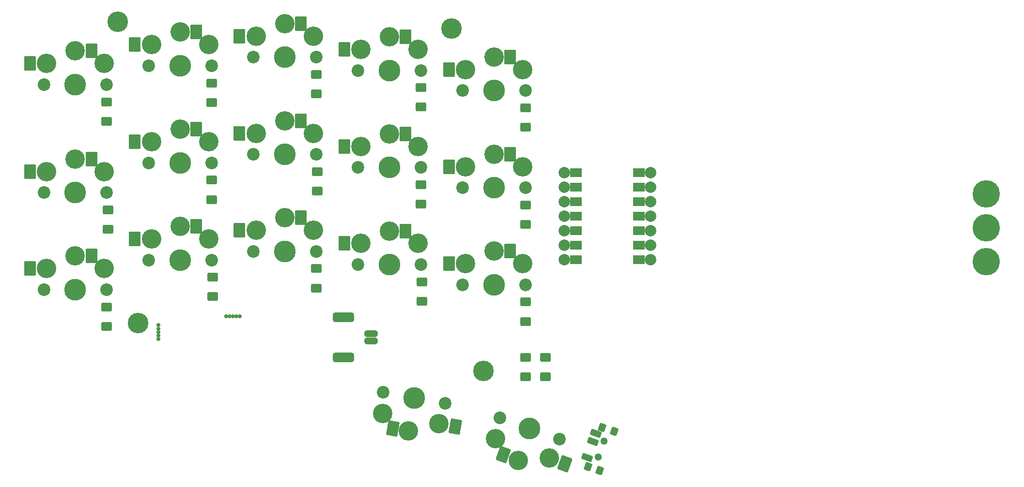
<source format=gts>
G04 #@! TF.GenerationSoftware,KiCad,Pcbnew,7.0.5*
G04 #@! TF.CreationDate,2024-01-08T16:35:04+08:00*
G04 #@! TF.ProjectId,Kretstr_d_v2,4b726574-7374-472e-9464-5f76322e6b69,rev?*
G04 #@! TF.SameCoordinates,Original*
G04 #@! TF.FileFunction,Soldermask,Top*
G04 #@! TF.FilePolarity,Negative*
%FSLAX46Y46*%
G04 Gerber Fmt 4.6, Leading zero omitted, Abs format (unit mm)*
G04 Created by KiCad (PCBNEW 7.0.5) date 2024-01-08 16:35:04*
%MOMM*%
%LPD*%
G01*
G04 APERTURE LIST*
G04 Aperture macros list*
%AMRoundRect*
0 Rectangle with rounded corners*
0 $1 Rounding radius*
0 $2 $3 $4 $5 $6 $7 $8 $9 X,Y pos of 4 corners*
0 Add a 4 corners polygon primitive as box body*
4,1,4,$2,$3,$4,$5,$6,$7,$8,$9,$2,$3,0*
0 Add four circle primitives for the rounded corners*
1,1,$1+$1,$2,$3*
1,1,$1+$1,$4,$5*
1,1,$1+$1,$6,$7*
1,1,$1+$1,$8,$9*
0 Add four rect primitives between the rounded corners*
20,1,$1+$1,$2,$3,$4,$5,0*
20,1,$1+$1,$4,$5,$6,$7,0*
20,1,$1+$1,$6,$7,$8,$9,0*
20,1,$1+$1,$8,$9,$2,$3,0*%
%AMFreePoly0*
4,1,22,0.686777,0.580194,0.756366,0.524698,0.794986,0.444504,0.800000,0.400000,0.800000,0.200000,0.780194,0.113223,0.741421,0.058579,0.141421,-0.541421,0.066056,-0.588777,-0.022393,-0.598742,-0.106406,-0.569345,-0.141421,-0.541421,-0.741421,0.058579,-0.788777,0.133944,-0.800000,0.200000,-0.800000,0.400000,-0.780194,0.486777,-0.724698,0.556366,-0.644504,0.594986,-0.600000,0.600000,
0.600000,0.600000,0.686777,0.580194,0.686777,0.580194,$1*%
%AMFreePoly1*
4,1,26,0.706406,1.169345,0.769345,1.106406,0.798742,1.022393,0.800000,1.000000,0.800000,-0.250000,0.780194,-0.336777,0.724698,-0.406366,0.644504,-0.444986,0.600000,-0.450000,-0.600000,-0.450000,-0.686777,-0.430194,-0.756366,-0.374698,-0.794986,-0.294504,-0.800000,-0.250000,-0.800000,1.000000,-0.780194,1.086777,-0.724698,1.156366,-0.644504,1.194986,-0.555496,1.194986,-0.475302,1.156366,
-0.458579,1.141421,0.000000,0.682842,0.458579,1.141421,0.533944,1.188777,0.622393,1.198742,0.706406,1.169345,0.706406,1.169345,$1*%
G04 Aperture macros list end*
%ADD10C,0.100000*%
%ADD11RoundRect,0.200000X0.700000X-0.600000X0.700000X0.600000X-0.700000X0.600000X-0.700000X-0.600000X0*%
%ADD12C,2.200000*%
%ADD13C,3.400000*%
%ADD14C,3.800000*%
%ADD15RoundRect,0.200000X-0.800000X-1.100000X0.800000X-1.100000X0.800000X1.100000X-0.800000X1.100000X0*%
%ADD16C,3.600000*%
%ADD17C,4.800000*%
%ADD18RoundRect,0.200000X0.204867X-0.606654X0.546887X0.333038X-0.204867X0.606654X-0.546887X-0.333038X0*%
%ADD19C,1.300000*%
%ADD20RoundRect,0.200000X0.585062X-0.585408X0.824477X0.072377X-0.585062X0.585408X-0.824477X-0.072377X0*%
%ADD21RoundRect,0.200000X1.127976X0.760046X-0.375532X1.307278X-1.127976X-0.760046X0.375532X-1.307278X0*%
%ADD22RoundRect,0.200000X-0.700000X0.600000X-0.700000X-0.600000X0.700000X-0.600000X0.700000X0.600000X0*%
%ADD23C,0.700000*%
%ADD24RoundRect,0.400000X-0.750000X0.200000X-0.750000X-0.200000X0.750000X-0.200000X0.750000X0.200000X0*%
%ADD25RoundRect,0.450000X-1.425000X0.400000X-1.425000X-0.400000X1.425000X-0.400000X1.425000X0.400000X0*%
%ADD26C,2.000000*%
%ADD27FreePoly0,90.000000*%
%ADD28FreePoly0,270.000000*%
%ADD29FreePoly1,270.000000*%
%ADD30FreePoly1,90.000000*%
%ADD31RoundRect,0.200000X0.978859X0.944370X-0.596833X1.222207X-0.978859X-0.944370X0.596833X-1.222207X0*%
G04 APERTURE END LIST*
D10*
X177258451Y-79575362D02*
X176242451Y-79575362D01*
X176242451Y-78559362D01*
X177258451Y-78559362D01*
X177258451Y-79575362D01*
G36*
X177258451Y-79575362D02*
G01*
X176242451Y-79575362D01*
X176242451Y-78559362D01*
X177258451Y-78559362D01*
X177258451Y-79575362D01*
G37*
X177258451Y-82115362D02*
X176242451Y-82115362D01*
X176242451Y-81099362D01*
X177258451Y-81099362D01*
X177258451Y-82115362D01*
G36*
X177258451Y-82115362D02*
G01*
X176242451Y-82115362D01*
X176242451Y-81099362D01*
X177258451Y-81099362D01*
X177258451Y-82115362D01*
G37*
X177258451Y-84655362D02*
X176242451Y-84655362D01*
X176242451Y-83639362D01*
X177258451Y-83639362D01*
X177258451Y-84655362D01*
G36*
X177258451Y-84655362D02*
G01*
X176242451Y-84655362D01*
X176242451Y-83639362D01*
X177258451Y-83639362D01*
X177258451Y-84655362D01*
G37*
X177258451Y-87195362D02*
X176242451Y-87195362D01*
X176242451Y-86179362D01*
X177258451Y-86179362D01*
X177258451Y-87195362D01*
G36*
X177258451Y-87195362D02*
G01*
X176242451Y-87195362D01*
X176242451Y-86179362D01*
X177258451Y-86179362D01*
X177258451Y-87195362D01*
G37*
X177258451Y-89735362D02*
X176242451Y-89735362D01*
X176242451Y-88719362D01*
X177258451Y-88719362D01*
X177258451Y-89735362D01*
G36*
X177258451Y-89735362D02*
G01*
X176242451Y-89735362D01*
X176242451Y-88719362D01*
X177258451Y-88719362D01*
X177258451Y-89735362D01*
G37*
X177258451Y-92275362D02*
X176242451Y-92275362D01*
X176242451Y-91259362D01*
X177258451Y-91259362D01*
X177258451Y-92275362D01*
G36*
X177258451Y-92275362D02*
G01*
X176242451Y-92275362D01*
X176242451Y-91259362D01*
X177258451Y-91259362D01*
X177258451Y-92275362D01*
G37*
X177258451Y-94815362D02*
X176242451Y-94815362D01*
X176242451Y-93799362D01*
X177258451Y-93799362D01*
X177258451Y-94815362D01*
G36*
X177258451Y-94815362D02*
G01*
X176242451Y-94815362D01*
X176242451Y-93799362D01*
X177258451Y-93799362D01*
X177258451Y-94815362D01*
G37*
X188637651Y-79575362D02*
X187621651Y-79575362D01*
X187621651Y-78559362D01*
X188637651Y-78559362D01*
X188637651Y-79575362D01*
G36*
X188637651Y-79575362D02*
G01*
X187621651Y-79575362D01*
X187621651Y-78559362D01*
X188637651Y-78559362D01*
X188637651Y-79575362D01*
G37*
X188637651Y-82115362D02*
X187621651Y-82115362D01*
X187621651Y-81099362D01*
X188637651Y-81099362D01*
X188637651Y-82115362D01*
G36*
X188637651Y-82115362D02*
G01*
X187621651Y-82115362D01*
X187621651Y-81099362D01*
X188637651Y-81099362D01*
X188637651Y-82115362D01*
G37*
X188637651Y-84655362D02*
X187621651Y-84655362D01*
X187621651Y-83639362D01*
X188637651Y-83639362D01*
X188637651Y-84655362D01*
G36*
X188637651Y-84655362D02*
G01*
X187621651Y-84655362D01*
X187621651Y-83639362D01*
X188637651Y-83639362D01*
X188637651Y-84655362D01*
G37*
X188637651Y-87195362D02*
X187621651Y-87195362D01*
X187621651Y-86179362D01*
X188637651Y-86179362D01*
X188637651Y-87195362D01*
G36*
X188637651Y-87195362D02*
G01*
X187621651Y-87195362D01*
X187621651Y-86179362D01*
X188637651Y-86179362D01*
X188637651Y-87195362D01*
G37*
X188637651Y-89735362D02*
X187621651Y-89735362D01*
X187621651Y-88719362D01*
X188637651Y-88719362D01*
X188637651Y-89735362D01*
G36*
X188637651Y-89735362D02*
G01*
X187621651Y-89735362D01*
X187621651Y-88719362D01*
X188637651Y-88719362D01*
X188637651Y-89735362D01*
G37*
X188637651Y-92275362D02*
X187621651Y-92275362D01*
X187621651Y-91259362D01*
X188637651Y-91259362D01*
X188637651Y-92275362D01*
G36*
X188637651Y-92275362D02*
G01*
X187621651Y-92275362D01*
X187621651Y-91259362D01*
X188637651Y-91259362D01*
X188637651Y-92275362D01*
G37*
X188637651Y-94815362D02*
X187621651Y-94815362D01*
X187621651Y-93799362D01*
X188637651Y-93799362D01*
X188637651Y-94815362D01*
G36*
X188637651Y-94815362D02*
G01*
X187621651Y-94815362D01*
X187621651Y-93799362D01*
X188637651Y-93799362D01*
X188637651Y-94815362D01*
G37*
D11*
X168145590Y-88148281D03*
X168145590Y-84748281D03*
D12*
X102246390Y-94408681D03*
D13*
X102746390Y-90708681D03*
X107746390Y-88508681D03*
D14*
X107746390Y-94408681D03*
D13*
X112746390Y-90708681D03*
D12*
X113246390Y-94408681D03*
D15*
X99846390Y-90708681D03*
X110546390Y-88508681D03*
D11*
X131746190Y-82308681D03*
X131746190Y-78908681D03*
D16*
X100431600Y-105460800D03*
D11*
X95146590Y-89008681D03*
X95146590Y-85608681D03*
D12*
X120546190Y-75908681D03*
D13*
X121046190Y-72208681D03*
X126046190Y-70008681D03*
D14*
X126046190Y-75908681D03*
D13*
X131046190Y-72208681D03*
D12*
X131546190Y-75908681D03*
D15*
X118146190Y-72208681D03*
X128846190Y-70008681D03*
D12*
X102246390Y-77408681D03*
D13*
X102746390Y-73708681D03*
X107746390Y-71508681D03*
D14*
X107746390Y-77408681D03*
D13*
X112746390Y-73708681D03*
D12*
X113246390Y-77408681D03*
D15*
X99846390Y-73708681D03*
X110546390Y-71508681D03*
D17*
X248650190Y-82818281D03*
D12*
X120546190Y-92908681D03*
D13*
X121046190Y-89208681D03*
X126046190Y-87008681D03*
D14*
X126046190Y-92908681D03*
D13*
X131046190Y-89208681D03*
D12*
X131546190Y-92908681D03*
D15*
X118146190Y-89208681D03*
X128846190Y-87008681D03*
D11*
X113446390Y-100808681D03*
X113446390Y-97408681D03*
D17*
X248650190Y-88768281D03*
D11*
X113246190Y-83808681D03*
X113246190Y-80408681D03*
D18*
X179054056Y-130545783D03*
X181130777Y-131301648D03*
D19*
X180832458Y-128905087D03*
X181858519Y-126086009D03*
D18*
X181550803Y-123686027D03*
X183627524Y-124441892D03*
D20*
X178922084Y-129007901D03*
X179948145Y-126188823D03*
X180461175Y-124779284D03*
D12*
X102246390Y-60408681D03*
D13*
X102746390Y-56708681D03*
X107746390Y-54508681D03*
D14*
X107746390Y-60408681D03*
D13*
X112746390Y-56708681D03*
D12*
X113246390Y-60408681D03*
D15*
X99846390Y-56708681D03*
X110546390Y-54508681D03*
D11*
X149845790Y-84608681D03*
X149845790Y-81208681D03*
D12*
X83946590Y-99608681D03*
D13*
X84446590Y-95908681D03*
X89446590Y-93708681D03*
D14*
X89446590Y-99608681D03*
D13*
X94446590Y-95908681D03*
D12*
X94946590Y-99608681D03*
D15*
X81546590Y-95908681D03*
X92246590Y-93708681D03*
D12*
X138845990Y-61208481D03*
D13*
X139345990Y-57508481D03*
X144345990Y-55308481D03*
D14*
X144345990Y-61208481D03*
D13*
X149345990Y-57508481D03*
D12*
X149845990Y-61208481D03*
D15*
X136445990Y-57508481D03*
X147145990Y-55308481D03*
D11*
X168145590Y-71148281D03*
X168145590Y-67748281D03*
D16*
X160782000Y-113792000D03*
D12*
X174033107Y-125786287D03*
D13*
X172297787Y-129092139D03*
X166846879Y-129449362D03*
D14*
X168864798Y-123905176D03*
D13*
X162900860Y-125671938D03*
D12*
X163696489Y-122024065D03*
D21*
X175022895Y-130083998D03*
X164215740Y-128491706D03*
D22*
X168135400Y-111408000D03*
X168135400Y-114808000D03*
D12*
X120546190Y-58908681D03*
D13*
X121046190Y-55208681D03*
X126046190Y-53008681D03*
D14*
X126046190Y-58908681D03*
D13*
X131046190Y-55208681D03*
D12*
X131546190Y-58908681D03*
D15*
X118146190Y-55208681D03*
X128846190Y-53008681D03*
D22*
X171653200Y-111408000D03*
X171653200Y-114808000D03*
D23*
X103987600Y-108191400D03*
X103987600Y-107597650D03*
X103987600Y-107003900D03*
X103987600Y-106410150D03*
X103987600Y-105816400D03*
D11*
X94946390Y-106008681D03*
X94946390Y-102608681D03*
D17*
X248650190Y-94718281D03*
D24*
X141176747Y-107312419D03*
X141176747Y-108562419D03*
D25*
X136301747Y-104462419D03*
X136301747Y-111412419D03*
D12*
X138845990Y-95208681D03*
D13*
X139345990Y-91508681D03*
X144345990Y-89308681D03*
D14*
X144345990Y-95208681D03*
D13*
X149345990Y-91508681D03*
D12*
X149845990Y-95208681D03*
D15*
X136445990Y-91508681D03*
X147145990Y-89308681D03*
D12*
X138845990Y-78208681D03*
D13*
X139345990Y-74508681D03*
X144345990Y-72308681D03*
D14*
X144345990Y-78208681D03*
D13*
X149345990Y-74508681D03*
D12*
X149845990Y-78208681D03*
D15*
X136445990Y-74508681D03*
X147145990Y-72308681D03*
D16*
X96824800Y-52730400D03*
D11*
X113246190Y-66808681D03*
X113246190Y-63408681D03*
D12*
X83946590Y-82608681D03*
D13*
X84446590Y-78908681D03*
X89446590Y-76708681D03*
D14*
X89446590Y-82608681D03*
D13*
X94446590Y-78908681D03*
D12*
X94946590Y-82608681D03*
D15*
X81546590Y-78908681D03*
X92246590Y-76708681D03*
D11*
X131545990Y-99308681D03*
X131545990Y-95908681D03*
D12*
X83946590Y-63708681D03*
D13*
X84446590Y-60008681D03*
X89446590Y-57808681D03*
D14*
X89446590Y-63708681D03*
D13*
X94446590Y-60008681D03*
D12*
X94946590Y-63708681D03*
D15*
X81546590Y-60008681D03*
X92246590Y-57808681D03*
D11*
X131545990Y-65308681D03*
X131545990Y-61908681D03*
D12*
X157145790Y-98748281D03*
D13*
X157645790Y-95048281D03*
X162645790Y-92848281D03*
D14*
X162645790Y-98748281D03*
D13*
X167645790Y-95048281D03*
D12*
X168145790Y-98748281D03*
D15*
X154745790Y-95048281D03*
X165445790Y-92848281D03*
D16*
X155194000Y-53848000D03*
D26*
X174881251Y-79067362D03*
X174881251Y-81607362D03*
X174881251Y-84147362D03*
X174881251Y-86687362D03*
X174881251Y-89227362D03*
X174881251Y-91767362D03*
X174881251Y-94307362D03*
D27*
X176496451Y-79067362D03*
X176496451Y-81607362D03*
X176496451Y-84147362D03*
X176496451Y-86687362D03*
X176496451Y-89227362D03*
X176496451Y-91767362D03*
X176496451Y-94307362D03*
D28*
X188383651Y-79067362D03*
X188383651Y-81607362D03*
X188383651Y-84147362D03*
X188383651Y-86687362D03*
X188383651Y-89227362D03*
X188383651Y-91767362D03*
X188383651Y-94307362D03*
D26*
X189983851Y-79067362D03*
X189983851Y-81607362D03*
X189983851Y-84147362D03*
X189983851Y-86687362D03*
X189983851Y-89227362D03*
X189983851Y-91767362D03*
X189983851Y-94307362D03*
D29*
X187367651Y-79067362D03*
X187367651Y-81607362D03*
X187367651Y-84147362D03*
X187367651Y-86687362D03*
X187367651Y-89227362D03*
X187367651Y-91767362D03*
X187367651Y-94307362D03*
D30*
X177512451Y-94307362D03*
X177512451Y-91767362D03*
X177512451Y-89227362D03*
X177512451Y-86687362D03*
X177512451Y-84147362D03*
X177512451Y-81607362D03*
X177512451Y-79067362D03*
D12*
X154111390Y-119486681D03*
D13*
X152976488Y-123043646D03*
X147670423Y-124341982D03*
D14*
X148694947Y-118531616D03*
D13*
X143128410Y-121307164D03*
D12*
X143278504Y-117576551D03*
D31*
X155832430Y-123547225D03*
X144912961Y-123855767D03*
D11*
X149845790Y-67608481D03*
X149845790Y-64208481D03*
X150045990Y-101608681D03*
X150045990Y-98208681D03*
X168145590Y-105148281D03*
X168145590Y-101748281D03*
X94946390Y-70108681D03*
X94946390Y-66708681D03*
D12*
X157145790Y-64748281D03*
D13*
X157645790Y-61048281D03*
X162645790Y-58848281D03*
D14*
X162645790Y-64748281D03*
D13*
X167645790Y-61048281D03*
D12*
X168145790Y-64748281D03*
D15*
X154745790Y-61048281D03*
X165445790Y-58848281D03*
D23*
X115836600Y-104241600D03*
X116430350Y-104241600D03*
X117024100Y-104241600D03*
X117617850Y-104241600D03*
X118211600Y-104241600D03*
D12*
X157145790Y-81748281D03*
D13*
X157645790Y-78048281D03*
X162645790Y-75848281D03*
D14*
X162645790Y-81748281D03*
D13*
X167645790Y-78048281D03*
D12*
X168145790Y-81748281D03*
D15*
X154745790Y-78048281D03*
X165445790Y-75848281D03*
D19*
X181858519Y-126086009D03*
X180832458Y-128905087D03*
M02*

</source>
